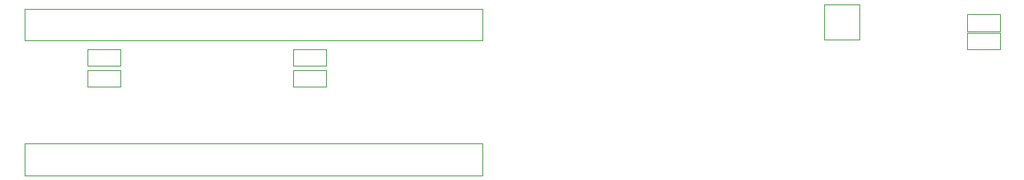
<source format=gbr>
G04 #@! TF.GenerationSoftware,KiCad,Pcbnew,8.0.3*
G04 #@! TF.CreationDate,2024-08-28T21:52:25+01:00*
G04 #@! TF.ProjectId,Seeed,53656565-642e-46b6-9963-61645f706362,rev?*
G04 #@! TF.SameCoordinates,Original*
G04 #@! TF.FileFunction,Other,User*
%FSLAX46Y46*%
G04 Gerber Fmt 4.6, Leading zero omitted, Abs format (unit mm)*
G04 Created by KiCad (PCBNEW 8.0.3) date 2024-08-28 21:52:25*
%MOMM*%
%LPD*%
G01*
G04 APERTURE LIST*
%ADD10C,0.050000*%
G04 APERTURE END LIST*
D10*
G04 #@! TO.C,J2*
X115050000Y-97200000D02*
X115050000Y-100800000D01*
X115050000Y-100800000D02*
X166900000Y-100800000D01*
X166900000Y-97200000D02*
X115050000Y-97200000D01*
X166900000Y-100800000D02*
X166900000Y-97200000D01*
G04 #@! TO.C,R2*
X145470000Y-104155200D02*
X149170000Y-104155200D01*
X145470000Y-106055200D02*
X145470000Y-104155200D01*
X149170000Y-104155200D02*
X149170000Y-106055200D01*
X149170000Y-106055200D02*
X145470000Y-106055200D01*
G04 #@! TO.C,R5*
X221740000Y-99920000D02*
X225440000Y-99920000D01*
X221740000Y-101820000D02*
X221740000Y-99920000D01*
X225440000Y-99920000D02*
X225440000Y-101820000D01*
X225440000Y-101820000D02*
X221740000Y-101820000D01*
G04 #@! TO.C,R4*
X122177600Y-104155200D02*
X125877600Y-104155200D01*
X122177600Y-106055200D02*
X122177600Y-104155200D01*
X125877600Y-104155200D02*
X125877600Y-106055200D01*
X125877600Y-106055200D02*
X122177600Y-106055200D01*
G04 #@! TO.C,R1*
X145470000Y-101767600D02*
X149170000Y-101767600D01*
X145470000Y-103667600D02*
X145470000Y-101767600D01*
X149170000Y-101767600D02*
X149170000Y-103667600D01*
X149170000Y-103667600D02*
X145470000Y-103667600D01*
G04 #@! TO.C,R3*
X122177600Y-101767600D02*
X125877600Y-101767600D01*
X122177600Y-103667600D02*
X122177600Y-101767600D01*
X125877600Y-101767600D02*
X125877600Y-103667600D01*
X125877600Y-103667600D02*
X122177600Y-103667600D01*
G04 #@! TO.C,V+*
X205560000Y-100710000D02*
X205560000Y-96710000D01*
X205560000Y-100710000D02*
X209560000Y-100710000D01*
X209560000Y-96710000D02*
X205560000Y-96710000D01*
X209560000Y-96710000D02*
X209560000Y-100710000D01*
G04 #@! TO.C,J3*
X115050000Y-112500000D02*
X115050000Y-116100000D01*
X115050000Y-116100000D02*
X166900000Y-116100000D01*
X166900000Y-112500000D02*
X115050000Y-112500000D01*
X166900000Y-116100000D02*
X166900000Y-112500000D01*
G04 #@! TO.C,R6*
X221740000Y-97840000D02*
X225440000Y-97840000D01*
X221740000Y-99740000D02*
X221740000Y-97840000D01*
X225440000Y-97840000D02*
X225440000Y-99740000D01*
X225440000Y-99740000D02*
X221740000Y-99740000D01*
G04 #@! TD*
M02*

</source>
